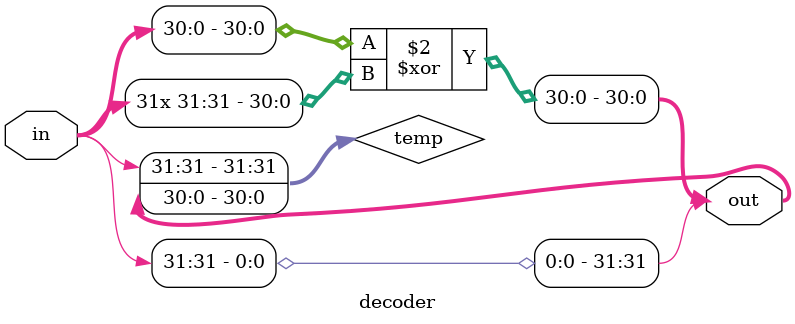
<source format=v>
module decoder(output [31:0] out, input [31:0]in);
	reg [31:0]temp;
	always@(in) begin
	temp[30:0] = in[30:0] ^ {31{in[31]}};
	temp[31] = in[31];
	end
	assign out = temp;
endmodule
</source>
